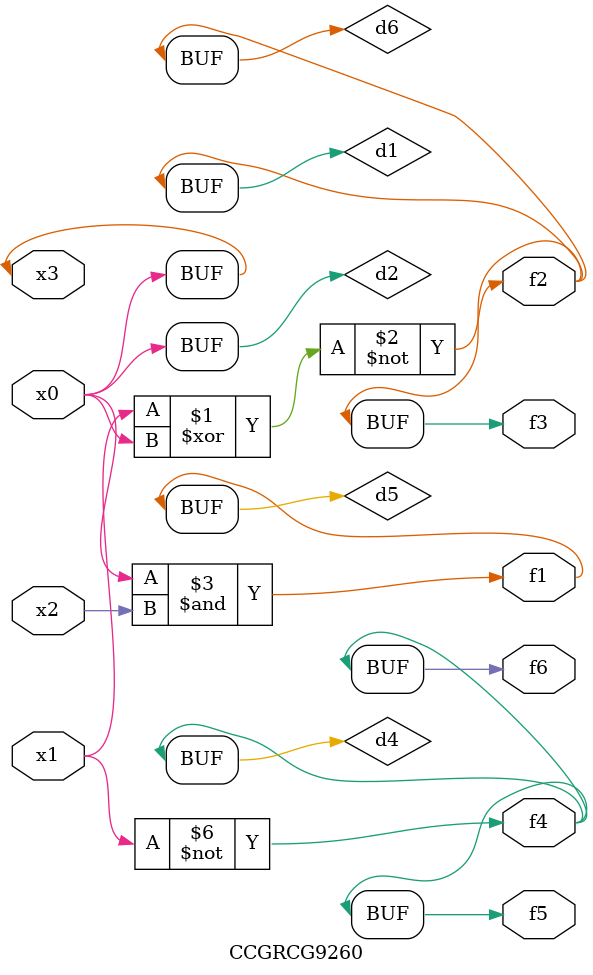
<source format=v>
module CCGRCG9260(
	input x0, x1, x2, x3,
	output f1, f2, f3, f4, f5, f6
);

	wire d1, d2, d3, d4, d5, d6;

	xnor (d1, x1, x3);
	buf (d2, x0, x3);
	nand (d3, x0, x2);
	not (d4, x1);
	nand (d5, d3);
	or (d6, d1);
	assign f1 = d5;
	assign f2 = d6;
	assign f3 = d6;
	assign f4 = d4;
	assign f5 = d4;
	assign f6 = d4;
endmodule

</source>
